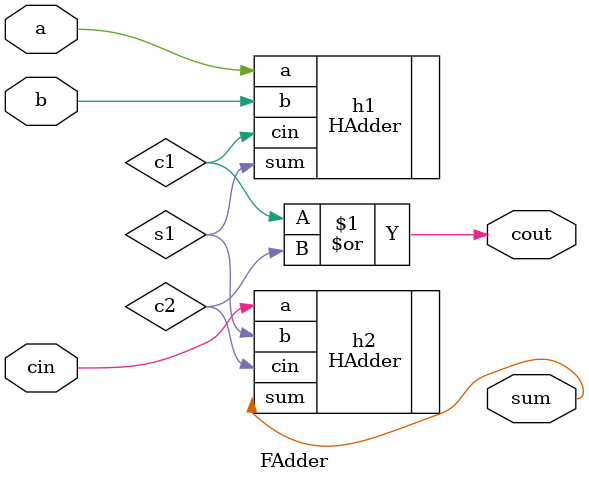
<source format=v>
module FAdder(input a, b, cin, output sum, cout);

wire si, s2, c1, c2;

HAdder h1(.a(a), .b(b), .sum(s1), .cin(c1));
HAdder h2(.a(cin), .b(s1), .sum(sum), .cin(c2));
or or1(cout, c1, c2);

endmodule

</source>
